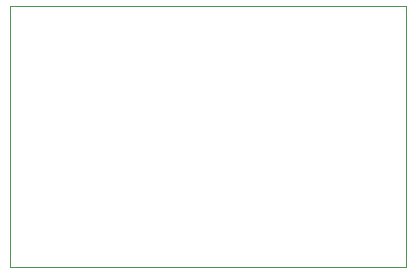
<source format=gko>
G04*
G04 #@! TF.GenerationSoftware,Altium Limited,Altium Designer,19.1.5 (86)*
G04*
G04 Layer_Color=8388736*
%FSAX24Y24*%
%MOIN*%
G70*
G01*
G75*
%ADD27C,0.0002*%
D27*
X010000Y009950D02*
X023200D01*
Y018650D01*
X010000D02*
X023200D01*
X010000Y009950D02*
Y018650D01*
M02*

</source>
